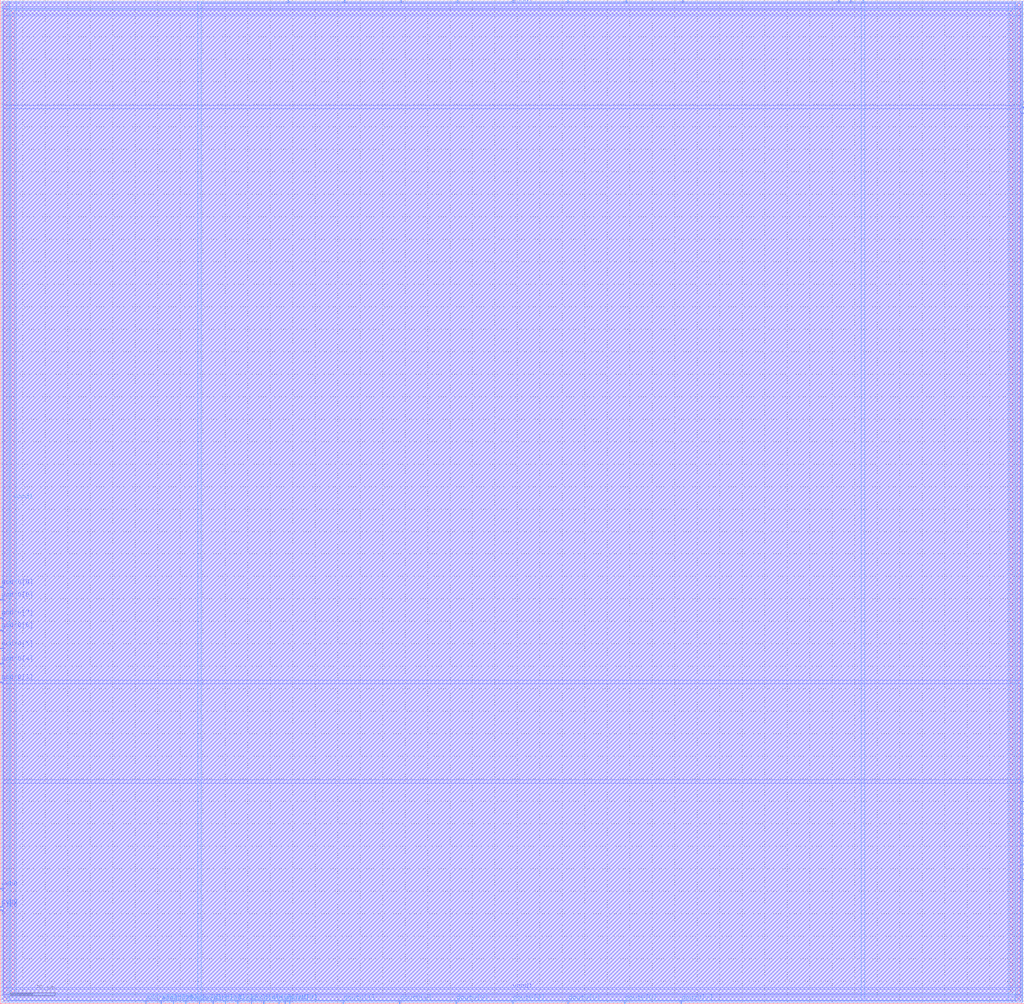
<source format=lef>
VERSION 5.4 ;
NAMESCASESENSITIVE ON ;
BUSBITCHARS "[]" ;
DIVIDERCHAR "/" ;
UNITS
  DATABASE MICRONS 1000 ;
END UNITS
MACRO sky130_sram_1kbyte_1rw1r_8x1024_8
   CLASS BLOCK ;
   FOREIGN sky130_sram_1kbyte_1rw1r_8x1024_8 ;
   SIZE 455.3 BY 446.46 ;
   SYMMETRY X Y R90 ;
   PIN din0[0]
      DIRECTION INPUT ;
      PORT
         LAYER met4 ;
         RECT  88.4 0.0 88.78 1.06 ;
      END
   END din0[0]
   PIN din0[1]
      DIRECTION INPUT ;
      PORT
         LAYER met4 ;
         RECT  94.52 0.0 94.9 1.06 ;
      END
   END din0[1]
   PIN din0[2]
      DIRECTION INPUT ;
      PORT
         LAYER met4 ;
         RECT  99.96 0.0 100.34 1.06 ;
      END
   END din0[2]
   PIN din0[3]
      DIRECTION INPUT ;
      PORT
         LAYER met4 ;
         RECT  105.4 0.0 105.78 1.06 ;
      END
   END din0[3]
   PIN din0[4]
      DIRECTION INPUT ;
      PORT
         LAYER met4 ;
         RECT  111.52 0.0 111.9 1.06 ;
      END
   END din0[4]
   PIN din0[5]
      DIRECTION INPUT ;
      PORT
         LAYER met4 ;
         RECT  116.96 0.0 117.34 1.06 ;
      END
   END din0[5]
   PIN din0[6]
      DIRECTION INPUT ;
      PORT
         LAYER met4 ;
         RECT  123.76 0.0 124.14 1.06 ;
      END
   END din0[6]
   PIN din0[7]
      DIRECTION INPUT ;
      PORT
         LAYER met4 ;
         RECT  128.52 0.0 128.9 1.06 ;
      END
   END din0[7]
   PIN addr0[0]
      DIRECTION INPUT ;
      PORT
         LAYER met4 ;
         RECT  64.6 0.0 64.98 1.06 ;
      END
   END addr0[0]
   PIN addr0[1]
      DIRECTION INPUT ;
      PORT
         LAYER met4 ;
         RECT  71.4 0.0 71.78 1.06 ;
      END
   END addr0[1]
   PIN addr0[2]
      DIRECTION INPUT ;
      PORT
         LAYER met4 ;
         RECT  76.84 0.0 77.22 1.06 ;
      END
   END addr0[2]
   PIN addr0[3]
      DIRECTION INPUT ;
      PORT
         LAYER met3 ;
         RECT  0.0 142.8 1.06 143.18 ;
      END
   END addr0[3]
   PIN addr0[4]
      DIRECTION INPUT ;
      PORT
         LAYER met3 ;
         RECT  0.0 150.96 1.06 151.34 ;
      END
   END addr0[4]
   PIN addr0[5]
      DIRECTION INPUT ;
      PORT
         LAYER met3 ;
         RECT  0.0 157.76 1.06 158.14 ;
      END
   END addr0[5]
   PIN addr0[6]
      DIRECTION INPUT ;
      PORT
         LAYER met3 ;
         RECT  0.0 165.92 1.06 166.3 ;
      END
   END addr0[6]
   PIN addr0[7]
      DIRECTION INPUT ;
      PORT
         LAYER met3 ;
         RECT  0.0 171.36 1.06 171.74 ;
      END
   END addr0[7]
   PIN addr0[8]
      DIRECTION INPUT ;
      PORT
         LAYER met3 ;
         RECT  0.0 179.52 1.06 179.9 ;
      END
   END addr0[8]
   PIN addr0[9]
      DIRECTION INPUT ;
      PORT
         LAYER met3 ;
         RECT  0.0 184.96 1.06 185.34 ;
      END
   END addr0[9]
   PIN addr1[0]
      DIRECTION INPUT ;
      PORT
         LAYER met4 ;
         RECT  383.52 445.4 383.9 446.46 ;
      END
   END addr1[0]
   PIN addr1[1]
      DIRECTION INPUT ;
      PORT
         LAYER met4 ;
         RECT  378.08 445.4 378.46 446.46 ;
      END
   END addr1[1]
   PIN addr1[2]
      DIRECTION INPUT ;
      PORT
         LAYER met4 ;
         RECT  372.64 445.4 373.02 446.46 ;
      END
   END addr1[2]
   PIN addr1[3]
      DIRECTION INPUT ;
      PORT
         LAYER met3 ;
         RECT  454.24 98.6 455.3 98.98 ;
      END
   END addr1[3]
   PIN addr1[4]
      DIRECTION INPUT ;
      PORT
         LAYER met3 ;
         RECT  454.24 89.76 455.3 90.14 ;
      END
   END addr1[4]
   PIN addr1[5]
      DIRECTION INPUT ;
      PORT
         LAYER met3 ;
         RECT  454.24 84.32 455.3 84.7 ;
      END
   END addr1[5]
   PIN addr1[6]
      DIRECTION INPUT ;
      PORT
         LAYER met3 ;
         RECT  454.24 75.48 455.3 75.86 ;
      END
   END addr1[6]
   PIN addr1[7]
      DIRECTION INPUT ;
      PORT
         LAYER met3 ;
         RECT  454.24 70.04 455.3 70.42 ;
      END
   END addr1[7]
   PIN addr1[8]
      DIRECTION INPUT ;
      PORT
         LAYER met3 ;
         RECT  454.24 61.88 455.3 62.26 ;
      END
   END addr1[8]
   PIN addr1[9]
      DIRECTION INPUT ;
      PORT
         LAYER met3 ;
         RECT  454.24 55.08 455.3 55.46 ;
      END
   END addr1[9]
   PIN csb0
      DIRECTION INPUT ;
      PORT
         LAYER met3 ;
         RECT  0.0 42.84 1.06 43.22 ;
      END
   END csb0
   PIN csb1
      DIRECTION INPUT ;
      PORT
         LAYER met3 ;
         RECT  454.24 398.48 455.3 398.86 ;
      END
   END csb1
   PIN web0
      DIRECTION INPUT ;
      PORT
         LAYER met3 ;
         RECT  0.0 51.0 1.06 51.38 ;
      END
   END web0
   PIN clk0
      DIRECTION INPUT ;
      PORT
         LAYER met3 ;
         RECT  0.0 41.48 1.06 41.86 ;
      END
   END clk0
   PIN clk1
      DIRECTION INPUT ;
      PORT
         LAYER met3 ;
         RECT  454.24 395.76 455.3 396.14 ;
      END
   END clk1
   PIN wmask0[0]
      DIRECTION INPUT ;
      PORT
         LAYER met4 ;
         RECT  82.28 0.0 82.66 1.06 ;
      END
   END wmask0[0]
   PIN dout0[0]
      DIRECTION OUTPUT ;
      PORT
         LAYER met4 ;
         RECT  126.48 0.0 126.86 1.06 ;
      END
   END dout0[0]
   PIN dout0[1]
      DIRECTION OUTPUT ;
      PORT
         LAYER met4 ;
         RECT  152.32 0.0 152.7 1.06 ;
      END
   END dout0[1]
   PIN dout0[2]
      DIRECTION OUTPUT ;
      PORT
         LAYER met4 ;
         RECT  177.48 0.0 177.86 1.06 ;
      END
   END dout0[2]
   PIN dout0[3]
      DIRECTION OUTPUT ;
      PORT
         LAYER met4 ;
         RECT  202.64 0.0 203.02 1.06 ;
      END
   END dout0[3]
   PIN dout0[4]
      DIRECTION OUTPUT ;
      PORT
         LAYER met4 ;
         RECT  227.8 0.0 228.18 1.06 ;
      END
   END dout0[4]
   PIN dout0[5]
      DIRECTION OUTPUT ;
      PORT
         LAYER met4 ;
         RECT  252.28 0.0 252.66 1.06 ;
      END
   END dout0[5]
   PIN dout0[6]
      DIRECTION OUTPUT ;
      PORT
         LAYER met4 ;
         RECT  277.44 0.0 277.82 1.06 ;
      END
   END dout0[6]
   PIN dout0[7]
      DIRECTION OUTPUT ;
      PORT
         LAYER met4 ;
         RECT  302.6 0.0 302.98 1.06 ;
      END
   END dout0[7]
   PIN dout1[0]
      DIRECTION OUTPUT ;
      PORT
         LAYER met4 ;
         RECT  127.84 445.4 128.22 446.46 ;
      END
   END dout1[0]
   PIN dout1[1]
      DIRECTION OUTPUT ;
      PORT
         LAYER met4 ;
         RECT  153.0 445.4 153.38 446.46 ;
      END
   END dout1[1]
   PIN dout1[2]
      DIRECTION OUTPUT ;
      PORT
         LAYER met4 ;
         RECT  178.16 445.4 178.54 446.46 ;
      END
   END dout1[2]
   PIN dout1[3]
      DIRECTION OUTPUT ;
      PORT
         LAYER met4 ;
         RECT  203.32 445.4 203.7 446.46 ;
      END
   END dout1[3]
   PIN dout1[4]
      DIRECTION OUTPUT ;
      PORT
         LAYER met4 ;
         RECT  227.8 445.4 228.18 446.46 ;
      END
   END dout1[4]
   PIN dout1[5]
      DIRECTION OUTPUT ;
      PORT
         LAYER met4 ;
         RECT  252.28 445.4 252.66 446.46 ;
      END
   END dout1[5]
   PIN dout1[6]
      DIRECTION OUTPUT ;
      PORT
         LAYER met4 ;
         RECT  278.12 445.4 278.5 446.46 ;
      END
   END dout1[6]
   PIN dout1[7]
      DIRECTION OUTPUT ;
      PORT
         LAYER met4 ;
         RECT  303.28 445.4 303.66 446.46 ;
      END
   END dout1[7]
   PIN vccd1
      DIRECTION INOUT ;
      USE POWER ; 
      SHAPE ABUTMENT ; 
      PORT
         LAYER met4 ;
         RECT  448.8 4.76 450.54 441.7 ;
         LAYER met3 ;
         RECT  4.76 439.96 450.54 441.7 ;
         LAYER met3 ;
         RECT  4.76 4.76 450.54 6.5 ;
         LAYER met4 ;
         RECT  4.76 4.76 6.5 441.7 ;
      END
   END vccd1
   PIN vssd1
      DIRECTION INOUT ;
      USE GROUND ; 
      SHAPE ABUTMENT ; 
      PORT
         LAYER met4 ;
         RECT  1.36 1.36 3.1 445.1 ;
         LAYER met4 ;
         RECT  452.2 1.36 453.94 445.1 ;
         LAYER met3 ;
         RECT  1.36 1.36 453.94 3.1 ;
         LAYER met3 ;
         RECT  1.36 443.36 453.94 445.1 ;
      END
   END vssd1
   OBS
   LAYER  met1 ;
      RECT  0.62 0.62 454.68 445.84 ;
   LAYER  met2 ;
      RECT  0.62 0.62 454.68 445.84 ;
   LAYER  met3 ;
      RECT  1.66 142.2 454.68 143.78 ;
      RECT  0.62 143.78 1.66 150.36 ;
      RECT  0.62 151.94 1.66 157.16 ;
      RECT  0.62 158.74 1.66 165.32 ;
      RECT  0.62 166.9 1.66 170.76 ;
      RECT  0.62 172.34 1.66 178.92 ;
      RECT  0.62 180.5 1.66 184.36 ;
      RECT  1.66 98.0 453.64 99.58 ;
      RECT  1.66 99.58 453.64 142.2 ;
      RECT  453.64 99.58 454.68 142.2 ;
      RECT  453.64 90.74 454.68 98.0 ;
      RECT  453.64 85.3 454.68 89.16 ;
      RECT  453.64 76.46 454.68 83.72 ;
      RECT  453.64 71.02 454.68 74.88 ;
      RECT  453.64 62.86 454.68 69.44 ;
      RECT  453.64 56.06 454.68 61.28 ;
      RECT  1.66 143.78 453.64 397.88 ;
      RECT  1.66 397.88 453.64 399.46 ;
      RECT  0.62 43.82 1.66 50.4 ;
      RECT  0.62 51.98 1.66 142.2 ;
      RECT  453.64 143.78 454.68 395.16 ;
      RECT  453.64 396.74 454.68 397.88 ;
      RECT  1.66 399.46 4.16 439.36 ;
      RECT  1.66 439.36 4.16 442.3 ;
      RECT  4.16 399.46 451.14 439.36 ;
      RECT  451.14 399.46 453.64 439.36 ;
      RECT  451.14 439.36 453.64 442.3 ;
      RECT  1.66 4.16 4.16 7.1 ;
      RECT  1.66 7.1 4.16 98.0 ;
      RECT  4.16 7.1 451.14 98.0 ;
      RECT  451.14 4.16 453.64 7.1 ;
      RECT  451.14 7.1 453.64 98.0 ;
      RECT  453.64 0.62 454.54 0.76 ;
      RECT  453.64 3.7 454.54 54.48 ;
      RECT  454.54 0.62 454.68 0.76 ;
      RECT  454.54 0.76 454.68 3.7 ;
      RECT  454.54 3.7 454.68 54.48 ;
      RECT  0.62 0.62 0.76 0.76 ;
      RECT  0.62 0.76 0.76 3.7 ;
      RECT  0.62 3.7 0.76 40.88 ;
      RECT  0.76 0.62 1.66 0.76 ;
      RECT  0.76 3.7 1.66 40.88 ;
      RECT  1.66 0.62 4.16 0.76 ;
      RECT  1.66 3.7 4.16 4.16 ;
      RECT  4.16 0.62 451.14 0.76 ;
      RECT  4.16 3.7 451.14 4.16 ;
      RECT  451.14 0.62 453.64 0.76 ;
      RECT  451.14 3.7 453.64 4.16 ;
      RECT  0.62 185.94 0.76 442.76 ;
      RECT  0.62 442.76 0.76 445.7 ;
      RECT  0.62 445.7 0.76 445.84 ;
      RECT  0.76 185.94 1.66 442.76 ;
      RECT  0.76 445.7 1.66 445.84 ;
      RECT  453.64 399.46 454.54 442.76 ;
      RECT  453.64 445.7 454.54 445.84 ;
      RECT  454.54 399.46 454.68 442.76 ;
      RECT  454.54 442.76 454.68 445.7 ;
      RECT  454.54 445.7 454.68 445.84 ;
      RECT  1.66 442.3 4.16 442.76 ;
      RECT  1.66 445.7 4.16 445.84 ;
      RECT  4.16 442.3 451.14 442.76 ;
      RECT  4.16 445.7 451.14 445.84 ;
      RECT  451.14 442.3 453.64 442.76 ;
      RECT  451.14 445.7 453.64 445.84 ;
   LAYER  met4 ;
      RECT  87.8 1.66 89.38 445.84 ;
      RECT  89.38 0.62 93.92 1.66 ;
      RECT  95.5 0.62 99.36 1.66 ;
      RECT  100.94 0.62 104.8 1.66 ;
      RECT  106.38 0.62 110.92 1.66 ;
      RECT  112.5 0.62 116.36 1.66 ;
      RECT  117.94 0.62 123.16 1.66 ;
      RECT  65.58 0.62 70.8 1.66 ;
      RECT  72.38 0.62 76.24 1.66 ;
      RECT  89.38 1.66 382.92 444.8 ;
      RECT  382.92 1.66 384.5 444.8 ;
      RECT  379.06 444.8 382.92 445.84 ;
      RECT  373.62 444.8 377.48 445.84 ;
      RECT  77.82 0.62 81.68 1.66 ;
      RECT  83.26 0.62 87.8 1.66 ;
      RECT  124.74 0.62 125.88 1.66 ;
      RECT  127.46 0.62 127.92 1.66 ;
      RECT  129.5 0.62 151.72 1.66 ;
      RECT  153.3 0.62 176.88 1.66 ;
      RECT  178.46 0.62 202.04 1.66 ;
      RECT  203.62 0.62 227.2 1.66 ;
      RECT  228.78 0.62 251.68 1.66 ;
      RECT  253.26 0.62 276.84 1.66 ;
      RECT  278.42 0.62 302.0 1.66 ;
      RECT  89.38 444.8 127.24 445.84 ;
      RECT  128.82 444.8 152.4 445.84 ;
      RECT  153.98 444.8 177.56 445.84 ;
      RECT  179.14 444.8 202.72 445.84 ;
      RECT  204.3 444.8 227.2 445.84 ;
      RECT  228.78 444.8 251.68 445.84 ;
      RECT  253.26 444.8 277.52 445.84 ;
      RECT  279.1 444.8 302.68 445.84 ;
      RECT  304.26 444.8 372.04 445.84 ;
      RECT  384.5 1.66 448.2 4.16 ;
      RECT  384.5 4.16 448.2 442.3 ;
      RECT  384.5 442.3 448.2 444.8 ;
      RECT  448.2 1.66 451.14 4.16 ;
      RECT  448.2 442.3 451.14 444.8 ;
      RECT  4.16 1.66 7.1 4.16 ;
      RECT  4.16 442.3 7.1 445.84 ;
      RECT  7.1 1.66 87.8 4.16 ;
      RECT  7.1 4.16 87.8 442.3 ;
      RECT  7.1 442.3 87.8 445.84 ;
      RECT  0.62 0.62 0.76 0.76 ;
      RECT  0.62 0.76 0.76 1.66 ;
      RECT  0.76 0.62 3.7 0.76 ;
      RECT  3.7 0.62 64.0 0.76 ;
      RECT  3.7 0.76 64.0 1.66 ;
      RECT  0.62 1.66 0.76 4.16 ;
      RECT  3.7 1.66 4.16 4.16 ;
      RECT  0.62 4.16 0.76 442.3 ;
      RECT  3.7 4.16 4.16 442.3 ;
      RECT  0.62 442.3 0.76 445.7 ;
      RECT  0.62 445.7 0.76 445.84 ;
      RECT  0.76 445.7 3.7 445.84 ;
      RECT  3.7 442.3 4.16 445.7 ;
      RECT  3.7 445.7 4.16 445.84 ;
      RECT  384.5 444.8 451.6 445.7 ;
      RECT  384.5 445.7 451.6 445.84 ;
      RECT  451.6 445.7 454.54 445.84 ;
      RECT  454.54 444.8 454.68 445.7 ;
      RECT  454.54 445.7 454.68 445.84 ;
      RECT  303.58 0.62 451.6 0.76 ;
      RECT  303.58 0.76 451.6 1.66 ;
      RECT  451.6 0.62 454.54 0.76 ;
      RECT  454.54 0.62 454.68 0.76 ;
      RECT  454.54 0.76 454.68 1.66 ;
      RECT  451.14 1.66 451.6 4.16 ;
      RECT  454.54 1.66 454.68 4.16 ;
      RECT  451.14 4.16 451.6 442.3 ;
      RECT  454.54 4.16 454.68 442.3 ;
      RECT  451.14 442.3 451.6 444.8 ;
      RECT  454.54 442.3 454.68 444.8 ;
   END
END    sky130_sram_1kbyte_1rw1r_8x1024_8
END    LIBRARY

</source>
